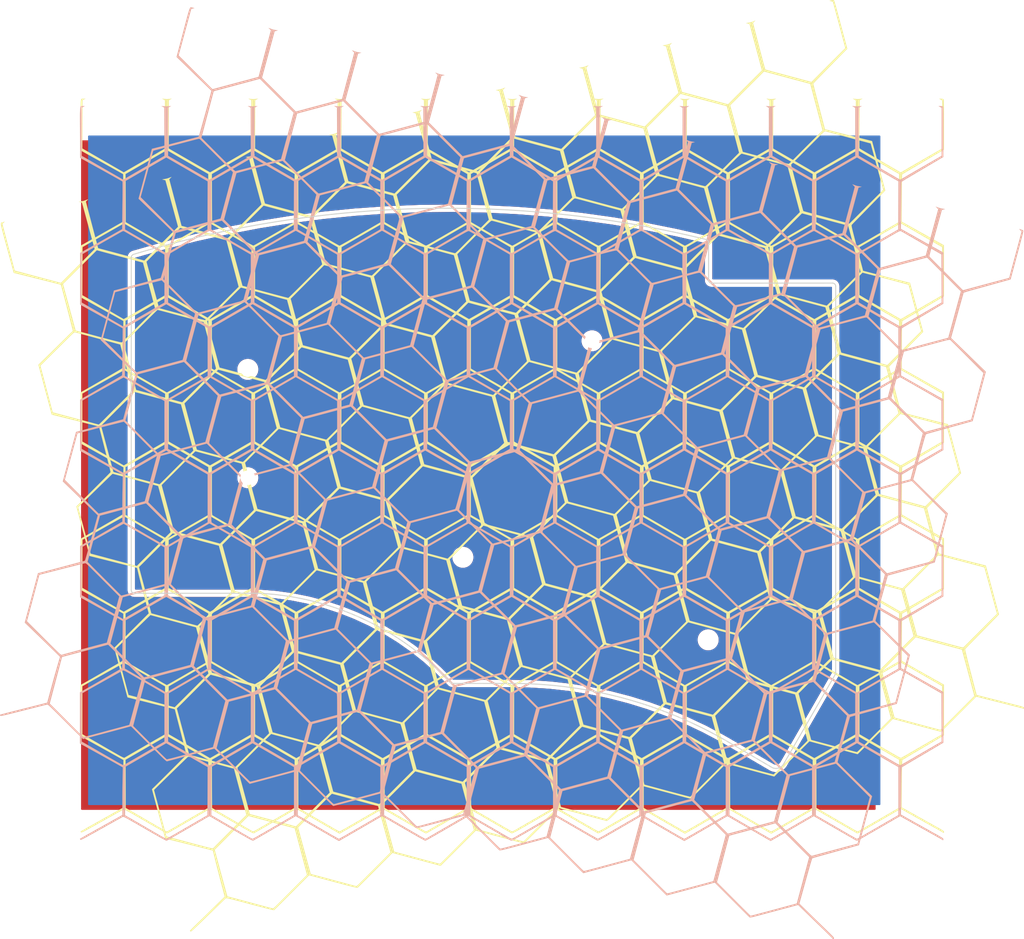
<source format=kicad_pcb>
(kicad_pcb (version 20171130) (host pcbnew 5.1.9)
  (title_block (title "Corne Light") (date 2018-12-26) (rev 2.1) (company foostan))
  (layers (0 F.Cu signal) (31 B.Cu signal) (34 B.Paste user) (35 F.Paste user) (36 B.SilkS user) (37 F.SilkS user) (38 B.Mask user) (39 F.Mask user) (44 Edge.Cuts user))
  (net 0 "")
  (module graphics:honeycomb-b (layer F.Cu) (at 136.3 88.35 345)
    (fp_text reference G*** hide)
    (fp_text value LOGO hide)
  )
  (module graphics:honeycomb-b (layer F.Cu) (at 136.3 88.35)
    (fp_text reference G*** hide)
    (fp_text value LOGO hide)
  )
  (module graphics:honeycomb (layer F.Cu) (at 136.4 87.2 15)
    (fp_text reference G*** hide)
    (fp_text value LOGO hide)
  )
  (module graphics:honeycomb (layer F.Cu) (at 136.4 87.2)
    (fp_text reference G*** hide)
    (fp_text value LOGO hide)
  )
  (module kbd:thread_m2 (layer B.Cu) (at 94.91 89.02 180)
    (fp_text reference Ref** hide)
    (fp_text value Val** hide)
    (pad "" np_thru_hole circle (at 0 0 180) (size 2.3 2.3) (drill 2.3) (layers *.Cu *.Mask))
  )
  (module kbd:thread_m2 (layer B.Cu) (at 94.91 72.01 180)
    (fp_text reference Ref** hide)
    (fp_text value Val** hide)
    (pad "" np_thru_hole circle (at 0 0 180) (size 2.3 2.3) (drill 2.3) (layers *.Cu *.Mask))
  )
  (module kbd:thread_m2 (layer B.Cu) (at 128.65 101.5 180)
    (fp_text reference Ref** hide)
    (fp_text value Val** hide)
    (pad "" np_thru_hole circle (at 0 0 180) (size 2.3 2.3) (drill 2.3) (layers *.Cu *.Mask))
  )
  (module kbd:thread_m2 (layer B.Cu) (at 167.13 114.46 180)
    (fp_text reference Ref** hide)
    (fp_text value Val** hide)
    (pad "" np_thru_hole circle (at 0 0 180) (size 2.3 2.3) (drill 2.3) (layers *.Cu *.Mask))
  )
  (module kbd:thread_m2 (layer B.Cu) (at 148.91 67.52 180)
    (fp_text reference Ref** hide)
    (fp_text value Val** hide)
    (pad "" np_thru_hole circle (at 0 0 180) (size 2.3 2.3) (drill 2.3) (layers *.Cu *.Mask))
  )
  (gr_line (start 96.650048 107.14902) (end 77.11952 107.15402) (angle 90) (layer Edge.Cuts) (width 0.15))
  (gr_arc (start 94.5 151.049746) (end 126.785001 121.223999) (angle -44.46358907) (layer Edge.Cuts) (width 0.15))
  (gr_arc (start 136.39596 188.447186) (end 170.149708 130.41062) (angle -30.51996119) (layer Edge.Cuts) (width 0.15))
  (gr_arc (start 126.180099 217.519979) (end 166.83 51.618935) (angle -30.50195231) (layer Edge.Cuts) (width 0.15))
  (gr_arc (start 127.05 120.8) (end 127.05 121.3) (angle 32.00538321) (layer Edge.Cuts) (width 0.15))
  (gr_arc (start 186.530385 119.61) (end 187.14 119.61) (angle 30.00005532) (layer Edge.Cuts) (width 0.15))
  (gr_line (start 167.199902 52) (end 167.199902 58.11) (layer Edge.Cuts) (width 0.15))
  (gr_line (start 76.61952 106.65402) (end 76.625382 54.434024) (layer Edge.Cuts) (width 0.15))
  (gr_arc (start 77.11952 106.65402) (end 77.11952 107.15402) (angle 90) (layer Edge.Cuts) (width 0.15))
  (gr_arc (start 77.125382 54.434024) (end 76.625382 54.434024) (angle 75.47731696) (layer Edge.Cuts) (width 0.15))
  (gr_arc (start 186.64 58.96) (end 186.64 58.46) (angle 90) (layer Edge.Cuts) (width 0.15))
  (gr_arc (start 167.679902 57.97) (end 167.679902 58.47) (angle 73.73979529) (layer Edge.Cuts) (width 0.15))
  (gr_arc (start 166.71 52.098935) (end 166.83 51.618935) (angle 64.42910114) (layer Edge.Cuts) (width 0.15))
  (gr_line (start 127.05 121.3) (end 136 121.31) (layer Edge.Cuts) (width 0.15))
  (gr_line (start 170.149708 130.41062) (end 177 134.41) (layer Edge.Cuts) (width 0.15))
  (gr_line (start 178.914373 134.050537) (end 187.058327 119.914808) (layer Edge.Cuts) (width 0.15))
  (gr_arc (start 177.774999 133.260001) (end 177 134.41) (angle -89.22232554) (layer Edge.Cuts) (width 0.15))
  (gr_line (start 186.64 58.46) (end 167.679902 58.47) (angle 90) (layer Edge.Cuts) (width 0.15))
  (gr_line (start 187.14 58.96) (end 187.14 119.61) (angle 90) (layer Edge.Cuts) (width 0.15))
  (zone (net 0) (net_name "") (layer F.Cu) (connect_pads (clearance 0.508)) (min_thickness 0.254) (fill yes (arc_segments 32) (thermal_gap 0.508) (thermal_bridge_width 0.508))
    (polygon (pts (xy 193.4 141.15) (xy 68.75 141.15) (xy 68.75 36.05) (xy 193.4 36.05)))
  )
  (zone (net 0) (net_name "") (layer B.Cu) (connect_pads (clearance 0.508)) (min_thickness 0.254) (fill yes (arc_segments 32) (thermal_gap 0.508) (thermal_bridge_width 0.508))
    (polygon (pts (xy 194.15 140.4) (xy 69.85 140.4) (xy 69.85 35.3) (xy 194.15 35.3)))
  )
)
</source>
